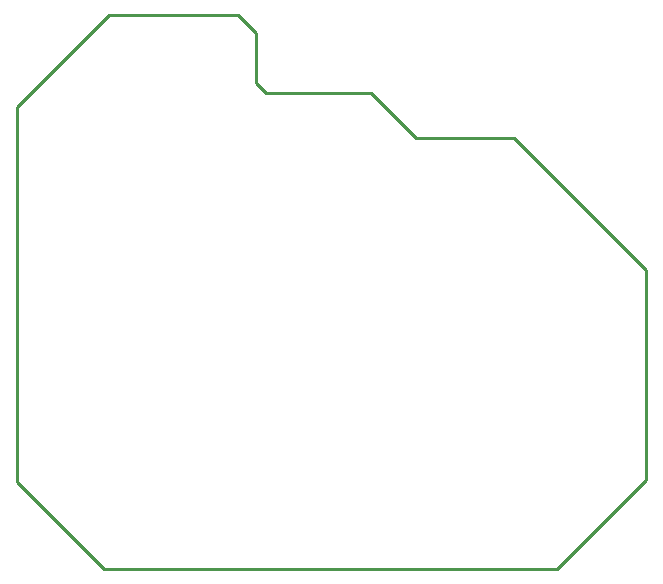
<source format=gm1>
G04*
G04 #@! TF.GenerationSoftware,Altium Limited,Altium Designer,19.1.8 (144)*
G04*
G04 Layer_Color=16711935*
%FSLAX23Y23*%
%MOIN*%
G70*
G01*
G75*
%ADD13C,0.010*%
D13*
X3595Y3355D02*
X4035Y2915D01*
X3270Y3355D02*
X3595D01*
X3120Y3505D02*
X3270Y3355D01*
X2770Y3505D02*
X3120D01*
X2735Y3540D02*
X2770Y3505D01*
X2735Y3540D02*
Y3705D01*
X2675Y3765D02*
X2735Y3705D01*
X2245Y3765D02*
X2675D01*
X1940Y3460D02*
X2245Y3765D01*
X1940Y2210D02*
Y3460D01*
Y2210D02*
X2230Y1920D01*
X3740D01*
X4035Y2215D01*
Y2915D01*
M02*

</source>
